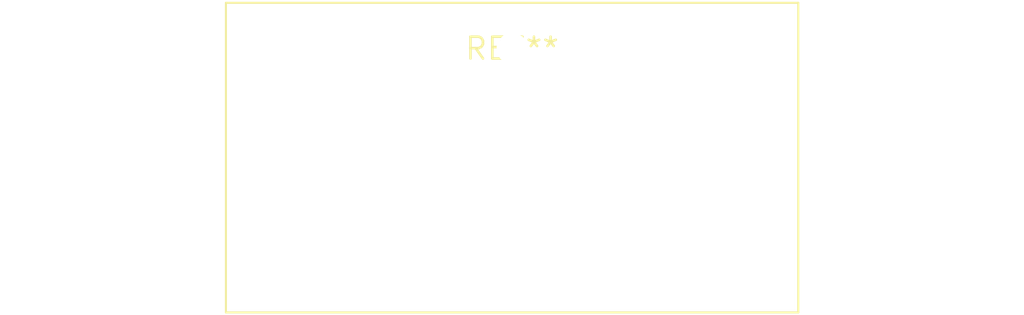
<source format=kicad_pcb>
(kicad_pcb (version 20240108) (generator pcbnew)
  (layers (0 "F.Cu" signal) (31 "B.Cu" signal) (34 "B.Paste" user) (35 "F.Paste" user) (36 "B.SilkS" user "B.Silkscreen") (37 "F.SilkS" user "F.Silkscreen") (38 "B.Mask" user) (39 "F.Mask" user) (44 "Edge.Cuts" user))
  (net 0 "")
  (footprint "L_Toroid_Vertical_L33.0mm_W17.8mm_P12.70mm_Pulse_KM-5" (layer "F.Cu") (at 0 0)
    (property "Reference" "REF**")
    (property "Value" "L_Toroid_Vertical_L33.0mm_W17.8mm_P12.70mm_Pulse_KM-5")
    (fp_line (start -16.631 -2.66) (end -16.631 15.36) (layer "F.SilkS") (stroke (width 0.12)))
    (fp_line (start -16.631 -2.66) (end 16.631 -2.66) (layer "F.SilkS") (stroke (width 0.12)))
    (fp_line (start -16.631 15.36) (end 16.631 15.36) (layer "F.SilkS") (stroke (width 0.12)))
    (fp_line (start 16.631 -2.66) (end 16.631 15.36) (layer "F.SilkS") (stroke (width 0.12)))
    (pad "1" thru_hole circle (at 0 0) (size 3.6 3.6) (drill 1.8) (layers *.Cu *.Mask) (remove_unused_layers))
    (pad "2" thru_hole circle (at 0 12.7) (size 3.6 3.6) (drill 1.8) (layers *.Cu *.Mask) (remove_unused_layers))
  )
)
</source>
